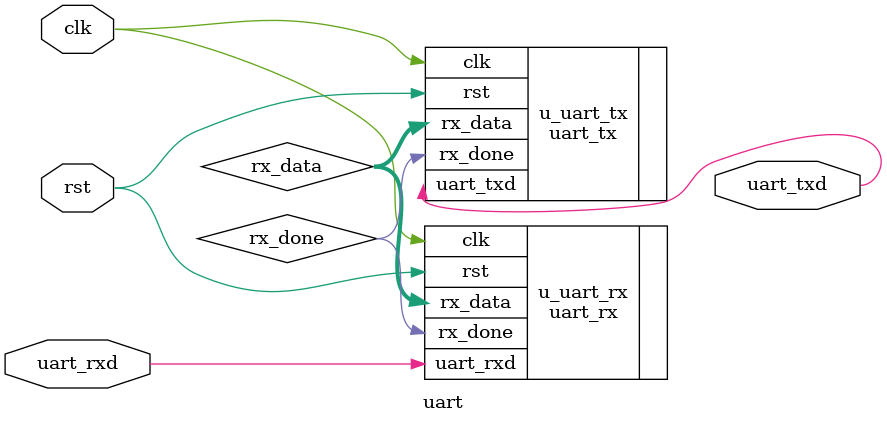
<source format=v>
`timescale 1ns / 1ns

module uart(
    input                                       clk                 ,
    input                                       rst                 ,
    input                                       uart_rxd            ,
    output                                      uart_txd             
);
                                                                   
    wire               [7: 0]                   rx_data             ;
    wire                                        rx_done             ;

    wire                                        uart_txd            ;

uart_rx#(
    .CLK_FREQ                                   (50_000_000         ),
    .UART_BPS                                   (115200             ) 
)
 u_uart_rx(
    .clk                                        (clk                ),
    .rst                                        (rst                ),
    .uart_rxd                                   (uart_rxd           ),
    .rx_data                                    (rx_data            ),
    .rx_done                                    (rx_done            ) 
);

uart_tx#(
    .CLK_FREQ                                   (50_000_000         ),
    .UART_BPS                                   (115200             ) 
)
 u_uart_tx(
    .clk                                        (clk                ),
    .rst                                        (rst                ),
    .rx_done                                    (rx_done            ),
    .rx_data                                    (rx_data            ),
    .uart_txd                                   (uart_txd           ) 
);
                                                                  
        endmodule

</source>
